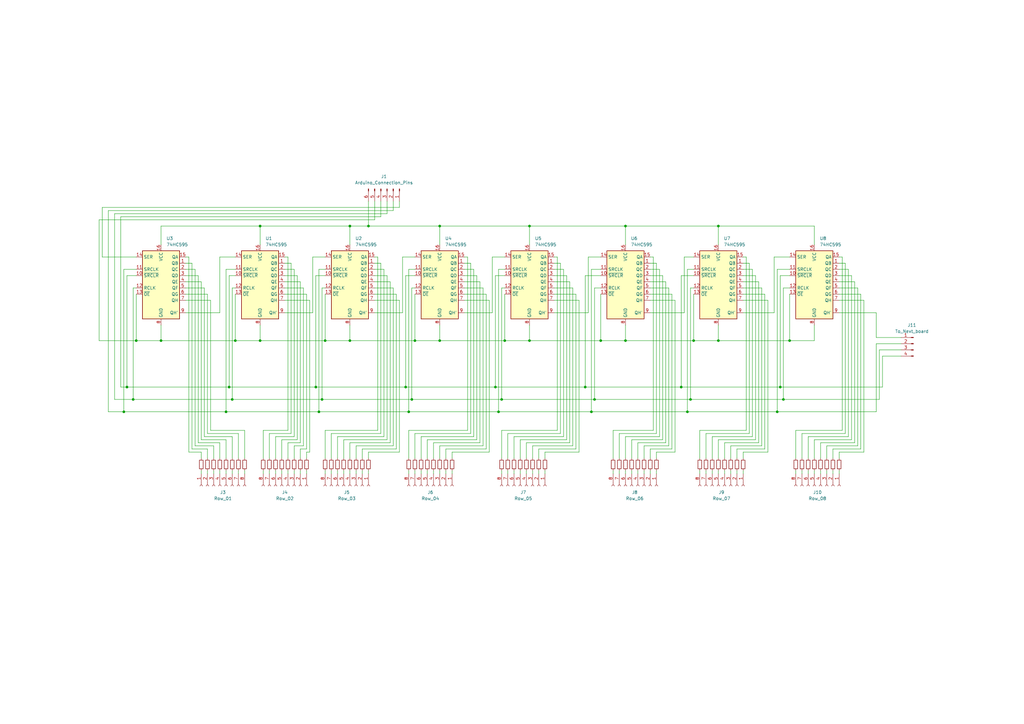
<source format=kicad_sch>
(kicad_sch (version 20230121) (generator eeschema)
  (paper "A3")
  (title_block (title "8x8 Led base Controller Module") (date "2023-12-07") (rev "01") (company "HOLO Cube v1") (comment 1 "Base controller Schematic"))
  (lib_symbols
    (symbol "74xx:74HC595"
      (property "Reference" "U" (at -7.62 13.97 0))
      (property "Value" "74HC595" (at -7.62 -16.51 0))
      (symbol "74HC595_1_0"
        (pin tri_state line (at 10.16 7.62 180) (length 2.54) (name "QB") (number "1"))
        (pin input line (at -10.16 2.54 0) (length 2.54) (name "~{SRCLR}") (number "10"))
        (pin input line (at -10.16 5.08 0) (length 2.54) (name "SRCLK") (number "11"))
        (pin input line (at -10.16 -2.54 0) (length 2.54) (name "RCLK") (number "12"))
        (pin input line (at -10.16 -5.08 0) (length 2.54) (name "~{OE}") (number "13"))
        (pin input line (at -10.16 10.16 0) (length 2.54) (name "SER") (number "14"))
        (pin tri_state line (at 10.16 10.16 180) (length 2.54) (name "QA") (number "15"))
        (pin power_in line (at 0 15.24 270) (length 2.54) (name "VCC") (number "16"))
        (pin tri_state line (at 10.16 5.08 180) (length 2.54) (name "QC") (number "2"))
        (pin tri_state line (at 10.16 2.54 180) (length 2.54) (name "QD") (number "3"))
        (pin tri_state line (at 10.16 0 180) (length 2.54) (name "QE") (number "4"))
        (pin tri_state line (at 10.16 -2.54 180) (length 2.54) (name "QF") (number "5"))
        (pin tri_state line (at 10.16 -5.08 180) (length 2.54) (name "QG") (number "6"))
        (pin tri_state line (at 10.16 -7.62 180) (length 2.54) (name "QH") (number "7"))
        (pin power_in line (at 0 -17.78 90) (length 2.54) (name "GND") (number "8"))
        (pin output line (at 10.16 -12.7 180) (length 2.54) (name "QH'") (number "9"))
      )
    )
    (symbol "Connector:Conn_01x04_Pin" (pin_names (offset 1.016) hide)
      (property "Reference" "J" (at 0 5.08 0))
      (property "Value" "Conn_01x04_Pin" (at 0 -7.62 0))
      (symbol "Conn_01x04_Pin_1_1"
        (pin passive line (at 5.08 2.54 180) (length 3.81) (name "Pin_1") (number "1"))
        (pin passive line (at 5.08 0 180) (length 3.81) (name "Pin_2") (number "2"))
        (pin passive line (at 5.08 -2.54 180) (length 3.81) (name "Pin_3") (number "3"))
        (pin passive line (at 5.08 -5.08 180) (length 3.81) (name "Pin_4") (number "4"))
      )
    )
    (symbol "Connector:Conn_01x06_Pin" (pin_names (offset 1.016) hide)
      (property "Reference" "J" (at 0 7.62 0))
      (property "Value" "Conn_01x06_Pin" (at 0 -10.16 0))
      (symbol "Conn_01x06_Pin_1_1"
        (pin passive line (at 5.08 5.08 180) (length 3.81) (name "Pin_1") (number "1"))
        (pin passive line (at 5.08 2.54 180) (length 3.81) (name "Pin_2") (number "2"))
        (pin passive line (at 5.08 0 180) (length 3.81) (name "Pin_3") (number "3"))
        (pin passive line (at 5.08 -2.54 180) (length 3.81) (name "Pin_4") (number "4"))
        (pin passive line (at 5.08 -5.08 180) (length 3.81) (name "Pin_5") (number "5"))
        (pin passive line (at 5.08 -7.62 180) (length 3.81) (name "Pin_6") (number "6"))
      )
    )
    (symbol "Connector:Conn_01x08_Socket" (pin_names (offset 1.016) hide)
      (property "Reference" "J" (at 0 10.16 0))
      (property "Value" "Conn_01x08_Socket" (at 0 -12.7 0))
      (symbol "Conn_01x08_Socket_1_1"
        (pin passive line (at -5.08 7.62 0) (length 3.81) (name "Pin_1") (number "1"))
        (pin passive line (at -5.08 5.08 0) (length 3.81) (name "Pin_2") (number "2"))
        (pin passive line (at -5.08 2.54 0) (length 3.81) (name "Pin_3") (number "3"))
        (pin passive line (at -5.08 0 0) (length 3.81) (name "Pin_4") (number "4"))
        (pin passive line (at -5.08 -2.54 0) (length 3.81) (name "Pin_5") (number "5"))
        (pin passive line (at -5.08 -5.08 0) (length 3.81) (name "Pin_6") (number "6"))
        (pin passive line (at -5.08 -7.62 0) (length 3.81) (name "Pin_7") (number "7"))
        (pin passive line (at -5.08 -10.16 0) (length 3.81) (name "Pin_8") (number "8"))
      )
    )
    (symbol "Device:R_Small" (pin_numbers hide) (pin_names (offset 0.254) hide)
      (property "Reference" "R" (at 0.762 0.508 0))
      (property "Value" "R_Small" (at 0.762 -1.016 0))
      (symbol "R_Small_1_1"
        (pin passive line (at 0 2.54 270) (length 0.762) (name "~") (number "1"))
        (pin passive line (at 0 -2.54 90) (length 0.762) (name "~") (number "2"))
      )
    )
  )
  (junction (at 92.71 168.91))
  (junction (at 55.88 139.7))
  (junction (at 217.17 139.7))
  (junction (at 166.37 158.75))
  (junction (at 143.51 139.7))
  (junction (at 256.54 92.71))
  (junction (at 132.08 163.83))
  (junction (at 96.52 139.7))
  (junction (at 321.31 163.83))
  (junction (at 143.51 92.71))
  (junction (at 284.48 139.7))
  (junction (at 281.94 168.91))
  (junction (at 180.34 139.7))
  (junction (at 256.54 139.7))
  (junction (at 180.34 92.71))
  (junction (at 204.47 168.91))
  (junction (at 54.61 163.83))
  (junction (at 106.68 92.71))
  (junction (at 133.35 139.7))
  (junction (at 170.18 139.7))
  (junction (at 323.85 139.7))
  (junction (at 207.01 139.7))
  (junction (at 106.68 139.7))
  (junction (at 283.21 163.83))
  (junction (at 243.84 163.83))
  (junction (at 242.57 168.91))
  (junction (at 246.38 139.7))
  (junction (at 168.91 163.83))
  (junction (at 129.54 158.75))
  (junction (at 50.8 168.91))
  (junction (at 130.81 168.91))
  (junction (at 294.64 92.71))
  (junction (at 217.17 92.71))
  (junction (at 151.13 92.71))
  (junction (at 66.04 139.7))
  (junction (at 294.64 139.7))
  (junction (at 95.25 163.83))
  (junction (at 52.07 158.75))
  (junction (at 167.64 168.91))
  (junction (at 203.2 158.75))
  (junction (at 279.4 158.75))
  (junction (at 93.98 158.75))
  (junction (at 320.04 158.75))
  (junction (at 240.03 158.75))
  (junction (at 205.74 163.83))
  (junction (at 318.77 168.91))
  (wire (pts (xy 92.71 180.34) (xy 92.71 187.96)))
  (wire (pts (xy 165.1 105.41) (xy 170.18 105.41)))
  (wire (pts (xy 205.74 176.53) (xy 205.74 187.96)))
  (wire (pts (xy 266.7 113.03) (xy 271.78 113.03)))
  (wire (pts (xy 270.51 110.49) (xy 270.51 179.07)))
  (wire (pts (xy 133.35 120.65) (xy 133.35 139.7)))
  (wire (pts (xy 299.72 193.04) (xy 299.72 194.31)))
  (wire (pts (xy 242.57 168.91) (xy 281.94 168.91)))
  (wire (pts (xy 266.7 110.49) (xy 270.51 110.49)))
  (wire (pts (xy 190.5 113.03) (xy 195.58 113.03)))
  (wire (pts (xy 85.09 193.04) (xy 85.09 194.31)))
  (wire (pts (xy 284.48 120.65) (xy 284.48 139.7)))
  (wire (pts (xy 170.18 139.7) (xy 180.34 139.7)))
  (wire (pts (xy 190.5 105.41) (xy 191.77 105.41)))
  (wire (pts (xy 153.67 110.49) (xy 157.48 110.49)))
  (wire (pts (xy 283.21 163.83) (xy 321.31 163.83)))
  (wire (pts (xy 344.17 185.42) (xy 344.17 187.96)))
  (wire (pts (xy 266.7 115.57) (xy 273.05 115.57)))
  (wire (pts (xy 304.8 123.19) (xy 314.96 123.19)))
  (wire (pts (xy 349.25 113.03) (xy 349.25 180.34)))
  (wire (pts (xy 161.29 86.36) (xy 44.45 86.36)))
  (wire (pts (xy 140.97 180.34) (xy 140.97 187.96)))
  (wire (pts (xy 92.71 110.49) (xy 92.71 168.91)))
  (wire (pts (xy 116.84 115.57) (xy 123.19 115.57)))
  (wire (pts (xy 170.18 193.04) (xy 170.18 194.31)))
  (wire (pts (xy 292.1 179.07) (xy 292.1 187.96)))
  (wire (pts (xy 129.54 158.75) (xy 166.37 158.75)))
  (wire (pts (xy 50.8 168.91) (xy 92.71 168.91)))
  (wire (pts (xy 162.56 120.65) (xy 162.56 184.15)))
  (wire (pts (xy 271.78 180.34) (xy 259.08 180.34)))
  (wire (pts (xy 120.65 182.88) (xy 120.65 187.96)))
  (wire (pts (xy 241.3 105.41) (xy 246.38 105.41)))
  (wire (pts (xy 143.51 92.71) (xy 143.51 100.33)))
  (wire (pts (xy 351.79 182.88) (xy 339.09 182.88)))
  (wire (pts (xy 284.48 139.7) (xy 294.64 139.7)))
  (wire (pts (xy 256.54 133.35) (xy 256.54 139.7)))
  (wire (pts (xy 240.03 158.75) (xy 279.4 158.75)))
  (wire (pts (xy 133.35 176.53) (xy 133.35 187.96)))
  (wire (pts (xy 182.88 193.04) (xy 182.88 194.31)))
  (wire (pts (xy 294.64 180.34) (xy 294.64 187.96)))
  (wire (pts (xy 190.5 110.49) (xy 194.31 110.49)))
  (wire (pts (xy 269.24 185.42) (xy 269.24 187.96)))
  (wire (pts (xy 323.85 139.7) (xy 334.01 139.7)))
  (wire (pts (xy 168.91 118.11) (xy 168.91 163.83)))
  (wire (pts (xy 190.5 115.57) (xy 196.85 115.57)))
  (wire (pts (xy 323.85 110.49) (xy 318.77 110.49)))
  (wire (pts (xy 180.34 139.7) (xy 207.01 139.7)))
  (wire (pts (xy 127 185.42) (xy 125.73 185.42)))
  (wire (pts (xy 55.88 118.11) (xy 54.61 118.11)))
  (wire (pts (xy 347.98 179.07) (xy 331.47 179.07)))
  (wire (pts (xy 328.93 177.8) (xy 328.93 187.96)))
  (wire (pts (xy 163.83 123.19) (xy 163.83 185.42)))
  (wire (pts (xy 223.52 193.04) (xy 223.52 194.31)))
  (wire (pts (xy 76.2 115.57) (xy 82.55 115.57)))
  (wire (pts (xy 344.17 123.19) (xy 354.33 123.19)))
  (wire (pts (xy 274.32 118.11) (xy 274.32 182.88)))
  (wire (pts (xy 266.7 105.41) (xy 267.97 105.41)))
  (wire (pts (xy 346.71 107.95) (xy 346.71 177.8)))
  (wire (pts (xy 251.46 193.04) (xy 251.46 194.31)))
  (wire (pts (xy 207.01 110.49) (xy 204.47 110.49)))
  (wire (pts (xy 163.83 82.55) (xy 163.83 85.09)))
  (wire (pts (xy 49.53 88.9) (xy 49.53 158.75)))
  (wire (pts (xy 283.21 118.11) (xy 283.21 163.83)))
  (wire (pts (xy 185.42 185.42) (xy 185.42 187.96)))
  (wire (pts (xy 246.38 113.03) (xy 240.03 113.03)))
  (wire (pts (xy 242.57 110.49) (xy 242.57 168.91)))
  (wire (pts (xy 90.17 128.27) (xy 90.17 105.41)))
  (wire (pts (xy 199.39 120.65) (xy 199.39 184.15)))
  (wire (pts (xy 80.01 182.88) (xy 87.63 182.88)))
  (wire (pts (xy 120.65 193.04) (xy 120.65 194.31)))
  (wire (pts (xy 227.33 113.03) (xy 232.41 113.03)))
  (wire (pts (xy 163.83 85.09) (xy 41.91 85.09)))
  (wire (pts (xy 116.84 105.41) (xy 118.11 105.41)))
  (wire (pts (xy 281.94 110.49) (xy 281.94 168.91)))
  (wire (pts (xy 76.2 110.49) (xy 80.01 110.49)))
  (wire (pts (xy 220.98 184.15) (xy 220.98 187.96)))
  (wire (pts (xy 344.17 120.65) (xy 353.06 120.65)))
  (wire (pts (xy 156.21 177.8) (xy 135.89 177.8)))
  (wire (pts (xy 182.88 184.15) (xy 182.88 187.96)))
  (wire (pts (xy 153.67 123.19) (xy 163.83 123.19)))
  (wire (pts (xy 170.18 120.65) (xy 170.18 139.7)))
  (wire (pts (xy 156.21 107.95) (xy 156.21 177.8)))
  (wire (pts (xy 200.66 123.19) (xy 200.66 185.42)))
  (wire (pts (xy 344.17 113.03) (xy 349.25 113.03)))
  (wire (pts (xy 220.98 193.04) (xy 220.98 194.31)))
  (wire (pts (xy 119.38 107.95) (xy 119.38 177.8)))
  (wire (pts (xy 161.29 182.88) (xy 146.05 182.88)))
  (wire (pts (xy 369.57 140.97) (xy 359.41 140.97)))
  (wire (pts (xy 96.52 120.65) (xy 96.52 139.7)))
  (wire (pts (xy 123.19 193.04) (xy 123.19 194.31)))
  (wire (pts (xy 96.52 110.49) (xy 92.71 110.49)))
  (wire (pts (xy 284.48 113.03) (xy 279.4 113.03)))
  (wire (pts (xy 116.84 123.19) (xy 127 123.19)))
  (wire (pts (xy 341.63 184.15) (xy 341.63 187.96)))
  (wire (pts (xy 302.26 184.15) (xy 302.26 187.96)))
  (wire (pts (xy 360.68 143.51) (xy 360.68 163.83)))
  (wire (pts (xy 200.66 185.42) (xy 185.42 185.42)))
  (wire (pts (xy 266.7 118.11) (xy 274.32 118.11)))
  (wire (pts (xy 261.62 193.04) (xy 261.62 194.31)))
  (wire (pts (xy 82.55 115.57) (xy 82.55 180.34)))
  (wire (pts (xy 294.64 92.71) (xy 334.01 92.71)))
  (wire (pts (xy 130.81 110.49) (xy 130.81 168.91)))
  (wire (pts (xy 312.42 182.88) (xy 299.72 182.88)))
  (wire (pts (xy 354.33 123.19) (xy 354.33 185.42)))
  (wire (pts (xy 269.24 107.95) (xy 269.24 177.8)))
  (wire (pts (xy 97.79 177.8) (xy 97.79 187.96)))
  (wire (pts (xy 284.48 118.11) (xy 283.21 118.11)))
  (wire (pts (xy 266.7 184.15) (xy 266.7 187.96)))
  (wire (pts (xy 118.11 181.61) (xy 118.11 187.96)))
  (wire (pts (xy 218.44 182.88) (xy 218.44 187.96)))
  (wire (pts (xy 49.53 158.75) (xy 52.07 158.75)))
  (wire (pts (xy 313.69 120.65) (xy 313.69 184.15)))
  (wire (pts (xy 129.54 113.03) (xy 129.54 158.75)))
  (wire (pts (xy 229.87 177.8) (xy 208.28 177.8)))
  (wire (pts (xy 204.47 110.49) (xy 204.47 168.91)))
  (wire (pts (xy 118.11 176.53) (xy 107.95 176.53)))
  (wire (pts (xy 237.49 123.19) (xy 237.49 185.42)))
  (wire (pts (xy 100.33 176.53) (xy 100.33 187.96)))
  (wire (pts (xy 113.03 179.07) (xy 113.03 187.96)))
  (wire (pts (xy 334.01 180.34) (xy 334.01 187.96)))
  (wire (pts (xy 116.84 128.27) (xy 128.27 128.27)))
  (wire (pts (xy 191.77 176.53) (xy 167.64 176.53)))
  (wire (pts (xy 97.79 193.04) (xy 97.79 194.31)))
  (wire (pts (xy 229.87 107.95) (xy 229.87 177.8)))
  (wire (pts (xy 190.5 123.19) (xy 200.66 123.19)))
  (wire (pts (xy 339.09 182.88) (xy 339.09 187.96)))
  (wire (pts (xy 190.5 118.11) (xy 198.12 118.11)))
  (wire (pts (xy 341.63 193.04) (xy 341.63 194.31)))
  (wire (pts (xy 90.17 193.04) (xy 90.17 194.31)))
  (wire (pts (xy 318.77 110.49) (xy 318.77 168.91)))
  (wire (pts (xy 198.12 182.88) (xy 180.34 182.88)))
  (wire (pts (xy 80.01 110.49) (xy 80.01 182.88)))
  (wire (pts (xy 170.18 118.11) (xy 168.91 118.11)))
  (wire (pts (xy 334.01 193.04) (xy 334.01 194.31)))
  (wire (pts (xy 273.05 181.61) (xy 261.62 181.61)))
  (wire (pts (xy 153.67 118.11) (xy 161.29 118.11)))
  (wire (pts (xy 54.61 163.83) (xy 95.25 163.83)))
  (wire (pts (xy 146.05 182.88) (xy 146.05 187.96)))
  (wire (pts (xy 158.75 82.55) (xy 158.75 87.63)))
  (wire (pts (xy 294.64 193.04) (xy 294.64 194.31)))
  (wire (pts (xy 170.18 110.49) (xy 167.64 110.49)))
  (wire (pts (xy 251.46 176.53) (xy 251.46 187.96)))
  (wire (pts (xy 359.41 140.97) (xy 359.41 168.91)))
  (wire (pts (xy 351.79 118.11) (xy 351.79 182.88)))
  (wire (pts (xy 207.01 139.7) (xy 217.17 139.7)))
  (wire (pts (xy 77.47 105.41) (xy 77.47 185.42)))
  (wire (pts (xy 127 123.19) (xy 127 185.42)))
  (wire (pts (xy 66.04 133.35) (xy 66.04 139.7)))
  (wire (pts (xy 196.85 115.57) (xy 196.85 181.61)))
  (wire (pts (xy 77.47 185.42) (xy 82.55 185.42)))
  (wire (pts (xy 276.86 123.19) (xy 276.86 185.42)))
  (wire (pts (xy 135.89 193.04) (xy 135.89 194.31)))
  (wire (pts (xy 180.34 92.71) (xy 217.17 92.71)))
  (wire (pts (xy 336.55 193.04) (xy 336.55 194.31)))
  (wire (pts (xy 121.92 180.34) (xy 115.57 180.34)))
  (wire (pts (xy 177.8 181.61) (xy 177.8 187.96)))
  (wire (pts (xy 215.9 181.61) (xy 215.9 187.96)))
  (wire (pts (xy 193.04 107.95) (xy 193.04 177.8)))
  (wire (pts (xy 52.07 158.75) (xy 93.98 158.75)))
  (wire (pts (xy 294.64 133.35) (xy 294.64 139.7)))
  (wire (pts (xy 270.51 179.07) (xy 256.54 179.07)))
  (wire (pts (xy 266.7 128.27) (xy 280.67 128.27)))
  (wire (pts (xy 125.73 185.42) (xy 125.73 187.96)))
  (wire (pts (xy 185.42 193.04) (xy 185.42 194.31)))
  (wire (pts (xy 130.81 168.91) (xy 167.64 168.91)))
  (wire (pts (xy 317.5 105.41) (xy 323.85 105.41)))
  (wire (pts (xy 125.73 184.15) (xy 123.19 184.15)))
  (wire (pts (xy 191.77 105.41) (xy 191.77 176.53)))
  (wire (pts (xy 76.2 128.27) (xy 90.17 128.27)))
  (wire (pts (xy 205.74 118.11) (xy 205.74 163.83)))
  (wire (pts (xy 279.4 158.75) (xy 320.04 158.75)))
  (wire (pts (xy 175.26 180.34) (xy 175.26 187.96)))
  (wire (pts (xy 76.2 120.65) (xy 85.09 120.65)))
  (wire (pts (xy 328.93 193.04) (xy 328.93 194.31)))
  (wire (pts (xy 172.72 193.04) (xy 172.72 194.31)))
  (wire (pts (xy 236.22 120.65) (xy 236.22 184.15)))
  (wire (pts (xy 125.73 120.65) (xy 125.73 184.15)))
  (wire (pts (xy 198.12 118.11) (xy 198.12 182.88)))
  (wire (pts (xy 208.28 193.04) (xy 208.28 194.31)))
  (wire (pts (xy 66.04 92.71) (xy 66.04 100.33)))
  (wire (pts (xy 196.85 181.61) (xy 177.8 181.61)))
  (wire (pts (xy 312.42 118.11) (xy 312.42 182.88)))
  (wire (pts (xy 331.47 193.04) (xy 331.47 194.31)))
  (wire (pts (xy 92.71 193.04) (xy 92.71 194.31)))
  (wire (pts (xy 289.56 177.8) (xy 289.56 187.96)))
  (wire (pts (xy 304.8 113.03) (xy 309.88 113.03)))
  (wire (pts (xy 76.2 113.03) (xy 81.28 113.03)))
  (wire (pts (xy 85.09 120.65) (xy 85.09 177.8)))
  (wire (pts (xy 161.29 118.11) (xy 161.29 182.88)))
  (wire (pts (xy 87.63 193.04) (xy 87.63 194.31)))
  (wire (pts (xy 166.37 158.75) (xy 203.2 158.75)))
  (wire (pts (xy 256.54 92.71) (xy 294.64 92.71)))
  (wire (pts (xy 78.74 107.95) (xy 78.74 184.15)))
  (wire (pts (xy 345.44 176.53) (xy 326.39 176.53)))
  (wire (pts (xy 269.24 193.04) (xy 269.24 194.31)))
  (wire (pts (xy 299.72 182.88) (xy 299.72 187.96)))
  (wire (pts (xy 180.34 100.33) (xy 180.34 92.71)))
  (wire (pts (xy 76.2 107.95) (xy 78.74 107.95)))
  (wire (pts (xy 359.41 138.43) (xy 369.57 138.43)))
  (wire (pts (xy 309.88 180.34) (xy 294.64 180.34)))
  (wire (pts (xy 194.31 110.49) (xy 194.31 179.07)))
  (wire (pts (xy 82.55 193.04) (xy 82.55 194.31)))
  (wire (pts (xy 213.36 193.04) (xy 213.36 194.31)))
  (wire (pts (xy 156.21 82.55) (xy 156.21 88.9)))
  (wire (pts (xy 227.33 128.27) (xy 241.3 128.27)))
  (wire (pts (xy 163.83 185.42) (xy 151.13 185.42)))
  (wire (pts (xy 107.95 176.53) (xy 107.95 187.96)))
  (wire (pts (xy 231.14 179.07) (xy 210.82 179.07)))
  (wire (pts (xy 284.48 110.49) (xy 281.94 110.49)))
  (wire (pts (xy 326.39 193.04) (xy 326.39 194.31)))
  (wire (pts (xy 232.41 180.34) (xy 213.36 180.34)))
  (wire (pts (xy 153.67 107.95) (xy 156.21 107.95)))
  (wire (pts (xy 246.38 110.49) (xy 242.57 110.49)))
  (wire (pts (xy 304.8 118.11) (xy 312.42 118.11)))
  (wire (pts (xy 349.25 180.34) (xy 334.01 180.34)))
  (wire (pts (xy 148.59 193.04) (xy 148.59 194.31)))
  (wire (pts (xy 294.64 139.7) (xy 323.85 139.7)))
  (wire (pts (xy 107.95 193.04) (xy 107.95 194.31)))
  (wire (pts (xy 304.8 107.95) (xy 307.34 107.95)))
  (wire (pts (xy 215.9 193.04) (xy 215.9 194.31)))
  (wire (pts (xy 323.85 113.03) (xy 320.04 113.03)))
  (wire (pts (xy 294.64 92.71) (xy 294.64 100.33)))
  (wire (pts (xy 143.51 92.71) (xy 151.13 92.71)))
  (wire (pts (xy 110.49 177.8) (xy 110.49 187.96)))
  (wire (pts (xy 133.35 118.11) (xy 132.08 118.11)))
  (wire (pts (xy 116.84 120.65) (xy 125.73 120.65)))
  (wire (pts (xy 281.94 168.91) (xy 318.77 168.91)))
  (wire (pts (xy 280.67 105.41) (xy 284.48 105.41)))
  (wire (pts (xy 132.08 118.11) (xy 132.08 163.83)))
  (wire (pts (xy 227.33 115.57) (xy 233.68 115.57)))
  (wire (pts (xy 304.8 193.04) (xy 304.8 194.31)))
  (wire (pts (xy 87.63 182.88) (xy 87.63 187.96)))
  (wire (pts (xy 347.98 110.49) (xy 347.98 179.07)))
  (wire (pts (xy 41.91 85.09) (xy 41.91 105.41)))
  (wire (pts (xy 336.55 181.61) (xy 336.55 187.96)))
  (wire (pts (xy 153.67 105.41) (xy 154.94 105.41)))
  (wire (pts (xy 54.61 118.11) (xy 54.61 163.83)))
  (wire (pts (xy 331.47 179.07) (xy 331.47 187.96)))
  (wire (pts (xy 106.68 92.71) (xy 143.51 92.71)))
  (wire (pts (xy 175.26 193.04) (xy 175.26 194.31)))
  (wire (pts (xy 344.17 115.57) (xy 350.52 115.57)))
  (wire (pts (xy 203.2 158.75) (xy 240.03 158.75)))
  (wire (pts (xy 264.16 182.88) (xy 264.16 187.96)))
  (wire (pts (xy 157.48 179.07) (xy 138.43 179.07)))
  (wire (pts (xy 135.89 177.8) (xy 135.89 187.96)))
  (wire (pts (xy 154.94 105.41) (xy 154.94 176.53)))
  (wire (pts (xy 232.41 113.03) (xy 232.41 180.34)))
  (wire (pts (xy 46.99 87.63) (xy 46.99 163.83)))
  (wire (pts (xy 369.57 143.51) (xy 360.68 143.51)))
  (wire (pts (xy 116.84 113.03) (xy 121.92 113.03)))
  (wire (pts (xy 199.39 184.15) (xy 182.88 184.15)))
  (wire (pts (xy 246.38 139.7) (xy 256.54 139.7)))
  (wire (pts (xy 92.71 168.91) (xy 130.81 168.91)))
  (wire (pts (xy 311.15 115.57) (xy 311.15 181.61)))
  (wire (pts (xy 50.8 110.49) (xy 50.8 168.91)))
  (wire (pts (xy 259.08 193.04) (xy 259.08 194.31)))
  (wire (pts (xy 55.88 139.7) (xy 66.04 139.7)))
  (wire (pts (xy 40.64 90.17) (xy 40.64 139.7)))
  (wire (pts (xy 138.43 193.04) (xy 138.43 194.31)))
  (wire (pts (xy 120.65 179.07) (xy 113.03 179.07)))
  (wire (pts (xy 106.68 139.7) (xy 133.35 139.7)))
  (wire (pts (xy 233.68 181.61) (xy 215.9 181.61)))
  (wire (pts (xy 320.04 158.75) (xy 361.95 158.75)))
  (wire (pts (xy 289.56 193.04) (xy 289.56 194.31)))
  (wire (pts (xy 304.8 185.42) (xy 304.8 187.96)))
  (wire (pts (xy 344.17 193.04) (xy 344.17 194.31)))
  (wire (pts (xy 119.38 177.8) (xy 110.49 177.8)))
  (wire (pts (xy 153.67 113.03) (xy 158.75 113.03)))
  (wire (pts (xy 304.8 128.27) (xy 317.5 128.27)))
  (wire (pts (xy 307.34 107.95) (xy 307.34 177.8)))
  (wire (pts (xy 323.85 120.65) (xy 323.85 139.7)))
  (wire (pts (xy 55.88 120.65) (xy 55.88 139.7)))
  (wire (pts (xy 353.06 120.65) (xy 353.06 184.15)))
  (wire (pts (xy 133.35 139.7) (xy 143.51 139.7)))
  (wire (pts (xy 246.38 120.65) (xy 246.38 139.7)))
  (wire (pts (xy 180.34 133.35) (xy 180.34 139.7)))
  (wire (pts (xy 308.61 110.49) (xy 308.61 179.07)))
  (wire (pts (xy 205.74 163.83) (xy 243.84 163.83)))
  (wire (pts (xy 334.01 139.7) (xy 334.01 133.35)))
  (wire (pts (xy 41.91 105.41) (xy 55.88 105.41)))
  (wire (pts (xy 217.17 133.35) (xy 217.17 139.7)))
  (wire (pts (xy 302.26 193.04) (xy 302.26 194.31)))
  (wire (pts (xy 66.04 139.7) (xy 96.52 139.7)))
  (wire (pts (xy 243.84 118.11) (xy 243.84 163.83)))
  (wire (pts (xy 96.52 139.7) (xy 106.68 139.7)))
  (wire (pts (xy 234.95 182.88) (xy 218.44 182.88)))
  (wire (pts (xy 297.18 181.61) (xy 297.18 187.96)))
  (wire (pts (xy 210.82 179.07) (xy 210.82 187.96)))
  (wire (pts (xy 273.05 115.57) (xy 273.05 181.61)))
  (wire (pts (xy 344.17 105.41) (xy 345.44 105.41)))
  (wire (pts (xy 100.33 193.04) (xy 100.33 194.31)))
  (wire (pts (xy 306.07 105.41) (xy 306.07 176.53)))
  (wire (pts (xy 118.11 193.04) (xy 118.11 194.31)))
  (wire (pts (xy 275.59 184.15) (xy 266.7 184.15)))
  (wire (pts (xy 124.46 118.11) (xy 124.46 182.88)))
  (wire (pts (xy 297.18 193.04) (xy 297.18 194.31)))
  (wire (pts (xy 345.44 105.41) (xy 345.44 176.53)))
  (wire (pts (xy 227.33 123.19) (xy 237.49 123.19)))
  (wire (pts (xy 264.16 193.04) (xy 264.16 194.31)))
  (wire (pts (xy 180.34 193.04) (xy 180.34 194.31)))
  (wire (pts (xy 121.92 113.03) (xy 121.92 180.34)))
  (wire (pts (xy 190.5 120.65) (xy 199.39 120.65)))
  (wire (pts (xy 96.52 113.03) (xy 93.98 113.03)))
  (wire (pts (xy 55.88 110.49) (xy 50.8 110.49)))
  (wire (pts (xy 271.78 113.03) (xy 271.78 180.34)))
  (wire (pts (xy 354.33 185.42) (xy 344.17 185.42)))
  (wire (pts (xy 304.8 105.41) (xy 306.07 105.41)))
  (wire (pts (xy 323.85 118.11) (xy 321.31 118.11)))
  (wire (pts (xy 304.8 115.57) (xy 311.15 115.57)))
  (wire (pts (xy 261.62 181.61) (xy 261.62 187.96)))
  (wire (pts (xy 95.25 118.11) (xy 95.25 163.83)))
  (wire (pts (xy 44.45 168.91) (xy 50.8 168.91)))
  (wire (pts (xy 334.01 100.33) (xy 334.01 92.71)))
  (wire (pts (xy 143.51 139.7) (xy 170.18 139.7)))
  (wire (pts (xy 317.5 128.27) (xy 317.5 105.41)))
  (wire (pts (xy 151.13 92.71) (xy 180.34 92.71)))
  (wire (pts (xy 321.31 118.11) (xy 321.31 163.83)))
  (wire (pts (xy 95.25 163.83) (xy 132.08 163.83)))
  (wire (pts (xy 201.93 128.27) (xy 201.93 105.41)))
  (wire (pts (xy 86.36 123.19) (xy 86.36 176.53)))
  (wire (pts (xy 344.17 128.27) (xy 359.41 128.27)))
  (wire (pts (xy 280.67 128.27) (xy 280.67 105.41)))
  (wire (pts (xy 217.17 92.71) (xy 217.17 100.33)))
  (wire (pts (xy 227.33 107.95) (xy 229.87 107.95)))
  (wire (pts (xy 234.95 118.11) (xy 234.95 182.88)))
  (wire (pts (xy 158.75 113.03) (xy 158.75 180.34)))
  (wire (pts (xy 133.35 193.04) (xy 133.35 194.31)))
  (wire (pts (xy 259.08 180.34) (xy 259.08 187.96)))
  (wire (pts (xy 156.21 88.9) (xy 49.53 88.9)))
  (wire (pts (xy 140.97 193.04) (xy 140.97 194.31)))
  (wire (pts (xy 195.58 113.03) (xy 195.58 180.34)))
  (wire (pts (xy 304.8 120.65) (xy 313.69 120.65)))
  (wire (pts (xy 113.03 193.04) (xy 113.03 194.31)))
  (wire (pts (xy 86.36 176.53) (xy 100.33 176.53)))
  (wire (pts (xy 207.01 120.65) (xy 207.01 139.7)))
  (wire (pts (xy 116.84 118.11) (xy 124.46 118.11)))
  (wire (pts (xy 208.28 177.8) (xy 208.28 187.96)))
  (wire (pts (xy 311.15 181.61) (xy 297.18 181.61)))
  (wire (pts (xy 227.33 118.11) (xy 234.95 118.11)))
  (wire (pts (xy 350.52 181.61) (xy 336.55 181.61)))
  (wire (pts (xy 210.82 193.04) (xy 210.82 194.31)))
  (wire (pts (xy 115.57 193.04) (xy 115.57 194.31)))
  (wire (pts (xy 287.02 193.04) (xy 287.02 194.31)))
  (wire (pts (xy 203.2 113.03) (xy 203.2 158.75)))
  (wire (pts (xy 223.52 185.42) (xy 223.52 187.96)))
  (wire (pts (xy 193.04 177.8) (xy 170.18 177.8)))
  (wire (pts (xy 76.2 123.19) (xy 86.36 123.19)))
  (wire (pts (xy 228.6 105.41) (xy 228.6 176.53)))
  (wire (pts (xy 227.33 120.65) (xy 236.22 120.65)))
  (wire (pts (xy 227.33 105.41) (xy 228.6 105.41)))
  (wire (pts (xy 151.13 185.42) (xy 151.13 187.96)))
  (wire (pts (xy 167.64 176.53) (xy 167.64 187.96)))
  (wire (pts (xy 76.2 105.41) (xy 77.47 105.41)))
  (wire (pts (xy 90.17 105.41) (xy 96.52 105.41)))
  (wire (pts (xy 276.86 185.42) (xy 269.24 185.42)))
  (wire (pts (xy 143.51 181.61) (xy 143.51 187.96)))
  (wire (pts (xy 241.3 128.27) (xy 241.3 105.41)))
  (wire (pts (xy 81.28 113.03) (xy 81.28 181.61)))
  (wire (pts (xy 237.49 185.42) (xy 223.52 185.42)))
  (wire (pts (xy 227.33 110.49) (xy 231.14 110.49)))
  (wire (pts (xy 279.4 113.03) (xy 279.4 158.75)))
  (wire (pts (xy 246.38 118.11) (xy 243.84 118.11)))
  (wire (pts (xy 153.67 115.57) (xy 160.02 115.57)))
  (wire (pts (xy 240.03 113.03) (xy 240.03 158.75)))
  (wire (pts (xy 153.67 82.55) (xy 153.67 90.17)))
  (wire (pts (xy 314.96 185.42) (xy 304.8 185.42)))
  (wire (pts (xy 128.27 105.41) (xy 133.35 105.41)))
  (wire (pts (xy 275.59 120.65) (xy 275.59 184.15)))
  (wire (pts (xy 180.34 182.88) (xy 180.34 187.96)))
  (wire (pts (xy 339.09 193.04) (xy 339.09 194.31)))
  (wire (pts (xy 359.41 128.27) (xy 359.41 138.43)))
  (wire (pts (xy 55.88 113.03) (xy 52.07 113.03)))
  (wire (pts (xy 170.18 113.03) (xy 166.37 113.03)))
  (wire (pts (xy 205.74 193.04) (xy 205.74 194.31)))
  (wire (pts (xy 274.32 182.88) (xy 264.16 182.88)))
  (wire (pts (xy 177.8 193.04) (xy 177.8 194.31)))
  (wire (pts (xy 143.51 193.04) (xy 143.51 194.31)))
  (wire (pts (xy 120.65 110.49) (xy 120.65 179.07)))
  (wire (pts (xy 165.1 128.27) (xy 165.1 105.41)))
  (wire (pts (xy 106.68 92.71) (xy 66.04 92.71)))
  (wire (pts (xy 106.68 133.35) (xy 106.68 139.7)))
  (wire (pts (xy 170.18 177.8) (xy 170.18 187.96)))
  (wire (pts (xy 158.75 180.34) (xy 140.97 180.34)))
  (wire (pts (xy 162.56 184.15) (xy 148.59 184.15)))
  (wire (pts (xy 93.98 113.03) (xy 93.98 158.75)))
  (wire (pts (xy 123.19 184.15) (xy 123.19 187.96)))
  (wire (pts (xy 228.6 176.53) (xy 205.74 176.53)))
  (wire (pts (xy 78.74 184.15) (xy 85.09 184.15)))
  (wire (pts (xy 125.73 193.04) (xy 125.73 194.31)))
  (wire (pts (xy 82.55 180.34) (xy 92.71 180.34)))
  (wire (pts (xy 267.97 105.41) (xy 267.97 176.53)))
  (wire (pts (xy 344.17 118.11) (xy 351.79 118.11)))
  (wire (pts (xy 266.7 123.19) (xy 276.86 123.19)))
  (wire (pts (xy 287.02 176.53) (xy 287.02 187.96)))
  (wire (pts (xy 190.5 128.27) (xy 201.93 128.27)))
  (wire (pts (xy 106.68 92.71) (xy 106.68 100.33)))
  (wire (pts (xy 133.35 110.49) (xy 130.81 110.49)))
  (wire (pts (xy 217.17 92.71) (xy 256.54 92.71)))
  (wire (pts (xy 320.04 113.03) (xy 320.04 158.75)))
  (wire (pts (xy 123.19 181.61) (xy 118.11 181.61)))
  (wire (pts (xy 307.34 177.8) (xy 289.56 177.8)))
  (wire (pts (xy 151.13 193.04) (xy 151.13 194.31)))
  (wire (pts (xy 40.64 139.7) (xy 55.88 139.7)))
  (wire (pts (xy 85.09 177.8) (xy 97.79 177.8)))
  (wire (pts (xy 116.84 110.49) (xy 120.65 110.49)))
  (wire (pts (xy 83.82 179.07) (xy 95.25 179.07)))
  (wire (pts (xy 267.97 176.53) (xy 251.46 176.53)))
  (wire (pts (xy 168.91 163.83) (xy 205.74 163.83)))
  (wire (pts (xy 359.41 168.91) (xy 318.77 168.91)))
  (wire (pts (xy 167.64 168.91) (xy 204.47 168.91)))
  (wire (pts (xy 236.22 184.15) (xy 220.98 184.15)))
  (wire (pts (xy 231.14 110.49) (xy 231.14 179.07)))
  (wire (pts (xy 346.71 177.8) (xy 328.93 177.8)))
  (wire (pts (xy 153.67 90.17) (xy 40.64 90.17)))
  (wire (pts (xy 123.19 115.57) (xy 123.19 181.61)))
  (wire (pts (xy 160.02 115.57) (xy 160.02 181.61)))
  (wire (pts (xy 350.52 115.57) (xy 350.52 181.61)))
  (wire (pts (xy 207.01 113.03) (xy 203.2 113.03)))
  (wire (pts (xy 309.88 113.03) (xy 309.88 180.34)))
  (wire (pts (xy 217.17 139.7) (xy 246.38 139.7)))
  (wire (pts (xy 201.93 105.41) (xy 207.01 105.41)))
  (wire (pts (xy 95.25 179.07) (xy 95.25 187.96)))
  (wire (pts (xy 115.57 180.34) (xy 115.57 187.96)))
  (wire (pts (xy 81.28 181.61) (xy 90.17 181.61)))
  (wire (pts (xy 353.06 184.15) (xy 341.63 184.15)))
  (wire (pts (xy 360.68 163.83) (xy 321.31 163.83)))
  (wire (pts (xy 243.84 163.83) (xy 283.21 163.83)))
  (wire (pts (xy 218.44 193.04) (xy 218.44 194.31)))
  (wire (pts (xy 213.36 180.34) (xy 213.36 187.96)))
  (wire (pts (xy 95.25 193.04) (xy 95.25 194.31)))
  (wire (pts (xy 207.01 118.11) (xy 205.74 118.11)))
  (wire (pts (xy 256.54 193.04) (xy 256.54 194.31)))
  (wire (pts (xy 266.7 107.95) (xy 269.24 107.95)))
  (wire (pts (xy 326.39 176.53) (xy 326.39 187.96)))
  (wire (pts (xy 93.98 158.75) (xy 129.54 158.75)))
  (wire (pts (xy 132.08 163.83) (xy 168.91 163.83)))
  (wire (pts (xy 158.75 87.63) (xy 46.99 87.63)))
  (wire (pts (xy 266.7 120.65) (xy 275.59 120.65)))
  (wire (pts (xy 172.72 179.07) (xy 172.72 187.96)))
  (wire (pts (xy 306.07 176.53) (xy 287.02 176.53)))
  (wire (pts (xy 46.99 163.83) (xy 54.61 163.83)))
  (wire (pts (xy 128.27 128.27) (xy 128.27 105.41)))
  (wire (pts (xy 116.84 107.95) (xy 119.38 107.95)))
  (wire (pts (xy 52.07 113.03) (xy 52.07 158.75)))
  (wire (pts (xy 76.2 118.11) (xy 83.82 118.11)))
  (wire (pts (xy 344.17 110.49) (xy 347.98 110.49)))
  (wire (pts (xy 344.17 107.95) (xy 346.71 107.95)))
  (wire (pts (xy 138.43 179.07) (xy 138.43 187.96)))
  (wire (pts (xy 361.95 146.05) (xy 361.95 158.75)))
  (wire (pts (xy 157.48 110.49) (xy 157.48 179.07)))
  (wire (pts (xy 313.69 184.15) (xy 302.26 184.15)))
  (wire (pts (xy 151.13 82.55) (xy 151.13 92.71)))
  (wire (pts (xy 256.54 139.7) (xy 284.48 139.7)))
  (wire (pts (xy 161.29 82.55) (xy 161.29 86.36)))
  (wire (pts (xy 83.82 118.11) (xy 83.82 179.07)))
  (wire (pts (xy 204.47 168.91) (xy 242.57 168.91)))
  (wire (pts (xy 85.09 184.15) (xy 85.09 187.96)))
  (wire (pts (xy 194.31 179.07) (xy 172.72 179.07)))
  (wire (pts (xy 266.7 193.04) (xy 266.7 194.31)))
  (wire (pts (xy 133.35 113.03) (xy 129.54 113.03)))
  (wire (pts (xy 153.67 120.65) (xy 162.56 120.65)))
  (wire (pts (xy 167.64 110.49) (xy 167.64 168.91)))
  (wire (pts (xy 110.49 193.04) (xy 110.49 194.31)))
  (wire (pts (xy 90.17 181.61) (xy 90.17 187.96)))
  (wire (pts (xy 146.05 193.04) (xy 146.05 194.31)))
  (wire (pts (xy 167.64 193.04) (xy 167.64 194.31)))
  (wire (pts (xy 44.45 86.36) (xy 44.45 168.91)))
  (wire (pts (xy 256.54 179.07) (xy 256.54 187.96)))
  (wire (pts (xy 190.5 107.95) (xy 193.04 107.95)))
  (wire (pts (xy 314.96 123.19) (xy 314.96 185.42)))
  (wire (pts (xy 118.11 105.41) (xy 118.11 176.53)))
  (wire (pts (xy 160.02 181.61) (xy 143.51 181.61)))
  (wire (pts (xy 96.52 118.11) (xy 95.25 118.11)))
  (wire (pts (xy 154.94 176.53) (xy 133.35 176.53)))
  (wire (pts (xy 369.57 146.05) (xy 361.95 146.05)))
  (wire (pts (xy 233.68 115.57) (xy 233.68 181.61)))
  (wire (pts (xy 166.37 113.03) (xy 166.37 158.75)))
  (wire (pts (xy 292.1 193.04) (xy 292.1 194.31)))
  (wire (pts (xy 124.46 182.88) (xy 120.65 182.88)))
  (wire (pts (xy 304.8 110.49) (xy 308.61 110.49)))
  (wire (pts (xy 195.58 180.34) (xy 175.26 180.34)))
  (wire (pts (xy 308.61 179.07) (xy 292.1 179.07)))
  (wire (pts (xy 254 177.8) (xy 254 187.96)))
  (wire (pts (xy 143.51 133.35) (xy 143.51 139.7)))
  (wire (pts (xy 254 193.04) (xy 254 194.31)))
  (wire (pts (xy 153.67 128.27) (xy 165.1 128.27)))
  (wire (pts (xy 256.54 92.71) (xy 256.54 100.33)))
  (wire (pts (xy 148.59 184.15) (xy 148.59 187.96)))
  (wire (pts (xy 82.55 185.42) (xy 82.55 187.96)))
  (wire (pts (xy 269.24 177.8) (xy 254 177.8)))
  (symbol (lib_id "Device:R_Small") (at 254 190.5 0) (unit 1)
    (property "Reference" "R42" (effects hide))
    (property "Value" "R_Small" (effects hide))
    (property "Footprint" "Resistor_THT:R_Axial_DIN0204_L3.6mm_D1.6mm_P5.08mm_Vertical" (effects hide))
  )
  (symbol (lib_id "Device:R_Small") (at 125.73 190.5 0) (unit 1)
    (property "Reference" "R16" (effects hide))
    (property "Value" "R_Small" (effects hide))
    (property "Footprint" "Resistor_THT:R_Axial_DIN0204_L3.6mm_D1.6mm_P5.08mm_Vertical" (effects hide))
  )
  (symbol (lib_id "Device:R_Small") (at 123.19 190.5 0) (unit 1)
    (property "Reference" "R15" (effects hide))
    (property "Value" "R_Small" (effects hide))
    (property "Footprint" "Resistor_THT:R_Axial_DIN0204_L3.6mm_D1.6mm_P5.08mm_Vertical" (effects hide))
  )
  (symbol (lib_id "Device:R_Small") (at 182.88 190.5 0) (unit 1)
    (property "Reference" "R31" (effects hide))
    (property "Value" "R_Small" (effects hide))
    (property "Footprint" "Resistor_THT:R_Axial_DIN0204_L3.6mm_D1.6mm_P5.08mm_Vertical" (effects hide))
  )
  (symbol (lib_id "Device:R_Small") (at 138.43 190.5 0) (unit 1)
    (property "Reference" "R19" (effects hide))
    (property "Value" "R_Small" (effects hide))
    (property "Footprint" "Resistor_THT:R_Axial_DIN0204_L3.6mm_D1.6mm_P5.08mm_Vertical" (effects hide))
  )
  (symbol (lib_id "Device:R_Small") (at 292.1 190.5 0) (unit 1)
    (property "Reference" "R51" (effects hide))
    (property "Value" "R_Small" (effects hide))
    (property "Footprint" "Resistor_THT:R_Axial_DIN0204_L3.6mm_D1.6mm_P5.08mm_Vertical" (effects hide))
  )
  (symbol (lib_id "Device:R_Small") (at 328.93 190.5 0) (unit 1)
    (property "Reference" "R58" (effects hide))
    (property "Value" "R_Small" (effects hide))
    (property "Footprint" "Resistor_THT:R_Axial_DIN0204_L3.6mm_D1.6mm_P5.08mm_Vertical" (effects hide))
  )
  (symbol (lib_id "74xx:74HC595") (at 66.04 115.57 0) (unit 1)
    (property "Reference" "U3" (at 68.2341 97.79 0) (effects (justify left)))
    (property "Value" "74HC595" (at 68.2341 100.33 0) (effects (justify left)))
    (property "Footprint" "Package_DIP:DIP-16_W7.62mm_LongPads" (effects hide))
    (property "Datasheet" "http://www.ti.com/lit/ds/symlink/sn74hc595.pdf" (effects hide))
  )
  (symbol (lib_id "Connector:Conn_01x08_Socket") (at 177.8 199.39 270) (unit 1)
    (property "Reference" "J6" (at 176.53 201.93 90))
    (property "Value" "Row_04" (at 176.53 204.47 90))
    (property "Footprint" "Connector_PinHeader_1.00mm:PinHeader_1x08_P1.00mm_Vertical" (effects hide))
  )
  (symbol (lib_id "Device:R_Small") (at 213.36 190.5 0) (unit 1)
    (property "Reference" "R36" (effects hide))
    (property "Value" "R_Small" (effects hide))
    (property "Footprint" "Resistor_THT:R_Axial_DIN0204_L3.6mm_D1.6mm_P5.08mm_Vertical" (effects hide))
  )
  (symbol (lib_id "Device:R_Small") (at 220.98 190.5 0) (unit 1)
    (property "Reference" "R39" (effects hide))
    (property "Value" "R_Small" (effects hide))
    (property "Footprint" "Resistor_THT:R_Axial_DIN0204_L3.6mm_D1.6mm_P5.08mm_Vertical" (effects hide))
  )
  (symbol (lib_id "Device:R_Small") (at 297.18 190.5 0) (unit 1)
    (property "Reference" "R53" (effects hide))
    (property "Value" "R_Small" (effects hide))
    (property "Footprint" "Resistor_THT:R_Axial_DIN0204_L3.6mm_D1.6mm_P5.08mm_Vertical" (effects hide))
  )
  (symbol (lib_id "Device:R_Small") (at 344.17 190.5 0) (unit 1)
    (property "Reference" "R64" (effects hide))
    (property "Value" "R_Small" (effects hide))
    (property "Footprint" "Resistor_THT:R_Axial_DIN0204_L3.6mm_D1.6mm_P5.08mm_Vertical" (effects hide))
  )
  (symbol (lib_id "Device:R_Small") (at 205.74 190.5 0) (unit 1)
    (property "Reference" "R33" (effects hide))
    (property "Value" "R_Small" (effects hide))
    (property "Footprint" "Resistor_THT:R_Axial_DIN0204_L3.6mm_D1.6mm_P5.08mm_Vertical" (effects hide))
  )
  (symbol (lib_id "Device:R_Small") (at 334.01 190.5 0) (unit 1)
    (property "Reference" "R60" (effects hide))
    (property "Value" "R_Small" (effects hide))
    (property "Footprint" "Resistor_THT:R_Axial_DIN0204_L3.6mm_D1.6mm_P5.08mm_Vertical" (effects hide))
  )
  (symbol (lib_id "Device:R_Small") (at 208.28 190.5 0) (unit 1)
    (property "Reference" "R34" (effects hide))
    (property "Value" "R_Small" (effects hide))
    (property "Footprint" "Resistor_THT:R_Axial_DIN0204_L3.6mm_D1.6mm_P5.08mm_Vertical" (effects hide))
  )
  (symbol (lib_id "Device:R_Small") (at 172.72 190.5 0) (unit 1)
    (property "Reference" "R27" (effects hide))
    (property "Value" "R_Small" (effects hide))
    (property "Footprint" "Resistor_THT:R_Axial_DIN0204_L3.6mm_D1.6mm_P5.08mm_Vertical" (effects hide))
  )
  (symbol (lib_id "Device:R_Small") (at 87.63 190.5 0) (unit 1)
    (property "Reference" "R3" (effects hide))
    (property "Value" "R_Small" (effects hide))
    (property "Footprint" "Resistor_THT:R_Axial_DIN0204_L3.6mm_D1.6mm_P5.08mm_Vertical" (effects hide))
  )
  (symbol (lib_id "Device:R_Small") (at 339.09 190.5 0) (unit 1)
    (property "Reference" "R62" (effects hide))
    (property "Value" "R_Small" (effects hide))
    (property "Footprint" "Resistor_THT:R_Axial_DIN0204_L3.6mm_D1.6mm_P5.08mm_Vertical" (effects hide))
  )
  (symbol (lib_id "Device:R_Small") (at 218.44 190.5 0) (unit 1)
    (property "Reference" "R38" (effects hide))
    (property "Value" "R_Small" (effects hide))
    (property "Footprint" "Resistor_THT:R_Axial_DIN0204_L3.6mm_D1.6mm_P5.08mm_Vertical" (effects hide))
  )
  (symbol (lib_id "Device:R_Small") (at 120.65 190.5 0) (unit 1)
    (property "Reference" "R14" (effects hide))
    (property "Value" "R_Small" (effects hide))
    (property "Footprint" "Resistor_THT:R_Axial_DIN0204_L3.6mm_D1.6mm_P5.08mm_Vertical" (effects hide))
  )
  (symbol (lib_id "Device:R_Small") (at 113.03 190.5 0) (unit 1)
    (property "Reference" "R11" (effects hide))
    (property "Value" "R_Small" (effects hide))
    (property "Footprint" "Resistor_THT:R_Axial_DIN0204_L3.6mm_D1.6mm_P5.08mm_Vertical" (effects hide))
  )
  (symbol (lib_id "Device:R_Small") (at 266.7 190.5 0) (unit 1)
    (property "Reference" "R47" (effects hide))
    (property "Value" "R_Small" (effects hide))
    (property "Footprint" "Resistor_THT:R_Axial_DIN0204_L3.6mm_D1.6mm_P5.08mm_Vertical" (effects hide))
  )
  (symbol (lib_id "Device:R_Small") (at 326.39 190.5 0) (unit 1)
    (property "Reference" "R57" (effects hide))
    (property "Value" "R_Small" (effects hide))
    (property "Footprint" "Resistor_THT:R_Axial_DIN0204_L3.6mm_D1.6mm_P5.08mm_Vertical" (effects hide))
  )
  (symbol (lib_id "74xx:74HC595") (at 217.17 115.57 0) (unit 1)
    (property "Reference" "U5" (at 219.3641 97.79 0) (effects (justify left)))
    (property "Value" "74HC595" (at 219.3641 100.33 0) (effects (justify left)))
    (property "Footprint" "Package_DIP:DIP-16_W7.62mm_LongPads" (effects hide))
    (property "Datasheet" "http://www.ti.com/lit/ds/symlink/sn74hc595.pdf" (effects hide))
  )
  (symbol (lib_id "Device:R_Small") (at 177.8 190.5 0) (unit 1)
    (property "Reference" "R29" (effects hide))
    (property "Value" "R_Small" (effects hide))
    (property "Footprint" "Resistor_THT:R_Axial_DIN0204_L3.6mm_D1.6mm_P5.08mm_Vertical" (effects hide))
  )
  (symbol (lib_id "Device:R_Small") (at 135.89 190.5 0) (unit 1)
    (property "Reference" "R18" (effects hide))
    (property "Value" "R_Small" (effects hide))
    (property "Footprint" "Resistor_THT:R_Axial_DIN0204_L3.6mm_D1.6mm_P5.08mm_Vertical" (effects hide))
  )
  (symbol (lib_id "Device:R_Small") (at 289.56 190.5 0) (unit 1)
    (property "Reference" "R50" (effects hide))
    (property "Value" "R_Small" (effects hide))
    (property "Footprint" "Resistor_THT:R_Axial_DIN0204_L3.6mm_D1.6mm_P5.08mm_Vertical" (effects hide))
  )
  (symbol (lib_id "Device:R_Small") (at 331.47 190.5 0) (unit 1)
    (property "Reference" "R59" (effects hide))
    (property "Value" "R_Small" (effects hide))
    (property "Footprint" "Resistor_THT:R_Axial_DIN0204_L3.6mm_D1.6mm_P5.08mm_Vertical" (effects hide))
  )
  (symbol (lib_id "Device:R_Small") (at 143.51 190.5 0) (unit 1)
    (property "Reference" "R21" (effects hide))
    (property "Value" "R_Small" (effects hide))
    (property "Footprint" "Resistor_THT:R_Axial_DIN0204_L3.6mm_D1.6mm_P5.08mm_Vertical" (effects hide))
  )
  (symbol (lib_id "Device:R_Small") (at 167.64 190.5 0) (unit 1)
    (property "Reference" "R25" (effects hide))
    (property "Value" "R_Small" (effects hide))
    (property "Footprint" "Resistor_THT:R_Axial_DIN0204_L3.6mm_D1.6mm_P5.08mm_Vertical" (effects hide))
  )
  (symbol (lib_id "Device:R_Small") (at 264.16 190.5 0) (unit 1)
    (property "Reference" "R46" (effects hide))
    (property "Value" "R_Small" (effects hide))
    (property "Footprint" "Resistor_THT:R_Axial_DIN0204_L3.6mm_D1.6mm_P5.08mm_Vertical" (effects hide))
  )
  (symbol (lib_id "Device:R_Small") (at 304.8 190.5 0) (unit 1)
    (property "Reference" "R56" (effects hide))
    (property "Value" "R_Small" (effects hide))
    (property "Footprint" "Resistor_THT:R_Axial_DIN0204_L3.6mm_D1.6mm_P5.08mm_Vertical" (effects hide))
  )
  (symbol (lib_id "Device:R_Small") (at 302.26 190.5 0) (unit 1)
    (property "Reference" "R55" (effects hide))
    (property "Value" "R_Small" (effects hide))
    (property "Footprint" "Resistor_THT:R_Axial_DIN0204_L3.6mm_D1.6mm_P5.08mm_Vertical" (effects hide))
  )
  (symbol (lib_id "Device:R_Small") (at 223.52 190.5 0) (unit 1)
    (property "Reference" "R40" (effects hide))
    (property "Value" "R_Small" (effects hide))
    (property "Footprint" "Resistor_THT:R_Axial_DIN0204_L3.6mm_D1.6mm_P5.08mm_Vertical" (effects hide))
  )
  (symbol (lib_id "Connector:Conn_01x04_Pin") (at 374.65 140.97 0) (mirror y) (unit 1)
    (property "Reference" "J11" (at 374.015 133.35 0))
    (property "Value" "To_Next_board" (at 374.015 135.89 0))
    (property "Footprint" "Connector_PinSocket_1.00mm:PinSocket_1x05_P1.00mm_Vertical" (effects hide))
  )
  (symbol (lib_id "Device:R_Small") (at 151.13 190.5 0) (unit 1)
    (property "Reference" "R24" (effects hide))
    (property "Value" "R_Small" (effects hide))
    (property "Footprint" "Resistor_THT:R_Axial_DIN0204_L3.6mm_D1.6mm_P5.08mm_Vertical" (effects hide))
  )
  (symbol (lib_id "Device:R_Small") (at 146.05 190.5 0) (unit 1)
    (property "Reference" "R22" (effects hide))
    (property "Value" "R_Small" (effects hide))
    (property "Footprint" "Resistor_THT:R_Axial_DIN0204_L3.6mm_D1.6mm_P5.08mm_Vertical" (effects hide))
  )
  (symbol (lib_id "Device:R_Small") (at 261.62 190.5 0) (unit 1)
    (property "Reference" "R45" (effects hide))
    (property "Value" "R_Small" (effects hide))
    (property "Footprint" "Resistor_THT:R_Axial_DIN0204_L3.6mm_D1.6mm_P5.08mm_Vertical" (effects hide))
  )
  (symbol (lib_id "Device:R_Small") (at 299.72 190.5 0) (unit 1)
    (property "Reference" "R54" (effects hide))
    (property "Value" "R_Small" (effects hide))
    (property "Footprint" "Resistor_THT:R_Axial_DIN0204_L3.6mm_D1.6mm_P5.08mm_Vertical" (effects hide))
  )
  (symbol (lib_id "Connector:Conn_01x08_Socket") (at 118.11 199.39 270) (unit 1)
    (property "Reference" "J4" (at 116.84 201.93 90))
    (property "Value" "Row_02" (at 116.84 204.47 90))
    (property "Footprint" "Connector_PinHeader_1.00mm:PinHeader_1x08_P1.00mm_Vertical" (effects hide))
  )
  (symbol (lib_id "74xx:74HC595") (at 334.01 115.57 0) (unit 1)
    (property "Reference" "U8" (at 336.2041 97.79 0) (effects (justify left)))
    (property "Value" "74HC595" (at 336.2041 100.33 0) (effects (justify left)))
    (property "Footprint" "Package_DIP:DIP-16_W7.62mm_LongPads" (effects hide))
    (property "Datasheet" "http://www.ti.com/lit/ds/symlink/sn74hc595.pdf" (effects hide))
  )
  (symbol (lib_id "Device:R_Small") (at 269.24 190.5 0) (unit 1)
    (property "Reference" "R48" (effects hide))
    (property "Value" "R_Small" (effects hide))
    (property "Footprint" "Resistor_THT:R_Axial_DIN0204_L3.6mm_D1.6mm_P5.08mm_Vertical" (effects hide))
  )
  (symbol (lib_id "Device:R_Small") (at 336.55 190.5 0) (unit 1)
    (property "Reference" "R61" (effects hide))
    (property "Value" "R_Small" (effects hide))
    (property "Footprint" "Resistor_THT:R_Axial_DIN0204_L3.6mm_D1.6mm_P5.08mm_Vertical" (effects hide))
  )
  (symbol (lib_id "Device:R_Small") (at 341.63 190.5 0) (unit 1)
    (property "Reference" "R63" (effects hide))
    (property "Value" "R_Small" (effects hide))
    (property "Footprint" "Resistor_THT:R_Axial_DIN0204_L3.6mm_D1.6mm_P5.08mm_Vertical" (effects hide))
  )
  (symbol (lib_id "Device:R_Small") (at 180.34 190.5 0) (unit 1)
    (property "Reference" "R30" (effects hide))
    (property "Value" "R_Small" (effects hide))
    (property "Footprint" "Resistor_THT:R_Axial_DIN0204_L3.6mm_D1.6mm_P5.08mm_Vertical" (effects hide))
  )
  (symbol (lib_id "Device:R_Small") (at 95.25 190.5 0) (unit 1)
    (property "Reference" "R6" (effects hide))
    (property "Value" "R_Small" (effects hide))
    (property "Footprint" "Resistor_THT:R_Axial_DIN0204_L3.6mm_D1.6mm_P5.08mm_Vertical" (effects hide))
  )
  (symbol (lib_id "74xx:74HC595") (at 180.34 115.57 0) (unit 1)
    (property "Reference" "U4" (at 182.5341 97.79 0) (effects (justify left)))
    (property "Value" "74HC595" (at 182.5341 100.33 0) (effects (justify left)))
    (property "Footprint" "Package_DIP:DIP-16_W7.62mm_LongPads" (effects hide))
    (property "Datasheet" "http://www.ti.com/lit/ds/symlink/sn74hc595.pdf" (effects hide))
  )
  (symbol (lib_id "Device:R_Small") (at 251.46 190.5 0) (unit 1)
    (property "Reference" "R41" (effects hide))
    (property "Value" "R_Small" (effects hide))
    (property "Footprint" "Resistor_THT:R_Axial_DIN0204_L3.6mm_D1.6mm_P5.08mm_Vertical" (effects hide))
  )
  (symbol (lib_id "Device:R_Small") (at 85.09 190.5 0) (unit 1)
    (property "Reference" "R2" (effects hide))
    (property "Value" "R_Small" (effects hide))
    (property "Footprint" "Resistor_THT:R_Axial_DIN0204_L3.6mm_D1.6mm_P5.08mm_Vertical" (effects hide))
  )
  (symbol (lib_id "Device:R_Small") (at 115.57 190.5 0) (unit 1)
    (property "Reference" "R12" (effects hide))
    (property "Value" "R_Small" (effects hide))
    (property "Footprint" "Resistor_THT:R_Axial_DIN0204_L3.6mm_D1.6mm_P5.08mm_Vertical" (effects hide))
  )
  (symbol (lib_id "Device:R_Small") (at 97.79 190.5 0) (unit 1)
    (property "Reference" "R7" (effects hide))
    (property "Value" "R_Small" (effects hide))
    (property "Footprint" "Resistor_THT:R_Axial_DIN0204_L3.6mm_D1.6mm_P5.08mm_Vertical" (effects hide))
  )
  (symbol (lib_id "Device:R_Small") (at 215.9 190.5 0) (unit 1)
    (property "Reference" "R37" (effects hide))
    (property "Value" "R_Small" (effects hide))
    (property "Footprint" "Resistor_THT:R_Axial_DIN0204_L3.6mm_D1.6mm_P5.08mm_Vertical" (effects hide))
  )
  (symbol (lib_id "Device:R_Small") (at 170.18 190.5 0) (unit 1)
    (property "Reference" "R26" (effects hide))
    (property "Value" "R_Small" (effects hide))
    (property "Footprint" "Resistor_THT:R_Axial_DIN0204_L3.6mm_D1.6mm_P5.08mm_Vertical" (effects hide))
  )
  (symbol (lib_id "Device:R_Small") (at 92.71 190.5 0) (unit 1)
    (property "Reference" "R5" (effects hide))
    (property "Value" "R_Small" (effects hide))
    (property "Footprint" "Resistor_THT:R_Axial_DIN0204_L3.6mm_D1.6mm_P5.08mm_Vertical" (effects hide))
  )
  (symbol (lib_id "Device:R_Small") (at 256.54 190.5 0) (unit 1)
    (property "Reference" "R43" (effects hide))
    (property "Value" "R_Small" (effects hide))
    (property "Footprint" "Resistor_THT:R_Axial_DIN0204_L3.6mm_D1.6mm_P5.08mm_Vertical" (effects hide))
  )
  (symbol (lib_id "Device:R_Small") (at 294.64 190.5 0) (unit 1)
    (property "Reference" "R52" (effects hide))
    (property "Value" "R_Small" (effects hide))
    (property "Footprint" "Resistor_THT:R_Axial_DIN0204_L3.6mm_D1.6mm_P5.08mm_Vertical" (effects hide))
  )
  (symbol (lib_id "74xx:74HC595") (at 256.54 115.57 0) (unit 1)
    (property "Reference" "U6" (at 258.7341 97.79 0) (effects (justify left)))
    (property "Value" "74HC595" (at 258.7341 100.33 0) (effects (justify left)))
    (property "Footprint" "Package_DIP:DIP-16_W7.62mm_LongPads" (effects hide))
    (property "Datasheet" "http://www.ti.com/lit/ds/symlink/sn74hc595.pdf" (effects hide))
  )
  (symbol (lib_id "Device:R_Small") (at 185.42 190.5 0) (unit 1)
    (property "Reference" "R32" (effects hide))
    (property "Value" "R_Small" (effects hide))
    (property "Footprint" "Resistor_THT:R_Axial_DIN0204_L3.6mm_D1.6mm_P5.08mm_Vertical" (effects hide))
  )
  (symbol (lib_id "Device:R_Small") (at 287.02 190.5 0) (unit 1)
    (property "Reference" "R49" (effects hide))
    (property "Value" "R_Small" (effects hide))
    (property "Footprint" "Resistor_THT:R_Axial_DIN0204_L3.6mm_D1.6mm_P5.08mm_Vertical" (effects hide))
  )
  (symbol (lib_id "74xx:74HC595") (at 294.64 115.57 0) (unit 1)
    (property "Reference" "U7" (at 296.8341 97.79 0) (effects (justify left)))
    (property "Value" "74HC595" (at 296.8341 100.33 0) (effects (justify left)))
    (property "Footprint" "Package_DIP:DIP-16_W7.62mm_LongPads" (effects hide))
    (property "Datasheet" "http://www.ti.com/lit/ds/symlink/sn74hc595.pdf" (effects hide))
  )
  (symbol (lib_id "Connector:Conn_01x06_Pin") (at 158.75 77.47 270) (unit 1)
    (property "Reference" "J1" (at 157.48 72.39 90))
    (property "Value" "Arduino_Connection_Pins" (at 157.48 74.93 90))
    (property "Footprint" "Connector_PinHeader_1.00mm:PinHeader_1x06_P1.00mm_Vertical" (effects hide))
  )
  (symbol (lib_id "Device:R_Small") (at 148.59 190.5 0) (unit 1)
    (property "Reference" "R23" (effects hide))
    (property "Value" "R_Small" (effects hide))
    (property "Footprint" "Resistor_THT:R_Axial_DIN0204_L3.6mm_D1.6mm_P5.08mm_Vertical" (effects hide))
  )
  (symbol (lib_id "Device:R_Small") (at 133.35 190.5 0) (unit 1)
    (property "Reference" "R17" (effects hide))
    (property "Value" "R_Small" (effects hide))
    (property "Footprint" "Resistor_THT:R_Axial_DIN0204_L3.6mm_D1.6mm_P5.08mm_Vertical" (effects hide))
  )
  (symbol (lib_id "Connector:Conn_01x08_Socket") (at 90.17 199.39 90) (mirror x) (unit 1)
    (property "Reference" "J3" (at 91.44 201.93 90))
    (property "Value" "Row_01" (at 91.44 204.47 90))
    (property "Footprint" "Connector_PinHeader_1.00mm:PinHeader_1x08_P1.00mm_Vertical" (effects hide))
  )
  (symbol (lib_id "Connector:Conn_01x08_Socket") (at 215.9 199.39 270) (unit 1)
    (property "Reference" "J7" (at 214.63 201.93 90))
    (property "Value" "Row_05" (at 214.63 204.47 90))
    (property "Footprint" "Connector_PinHeader_1.00mm:PinHeader_1x08_P1.00mm_Vertical" (effects hide))
  )
  (symbol (lib_id "Device:R_Small") (at 118.11 190.5 0) (unit 1)
    (property "Reference" "R13" (effects hide))
    (property "Value" "R_Small" (effects hide))
    (property "Footprint" "Resistor_THT:R_Axial_DIN0204_L3.6mm_D1.6mm_P5.08mm_Vertical" (effects hide))
  )
  (symbol (lib_id "Device:R_Small") (at 259.08 190.5 0) (unit 1)
    (property "Reference" "R44" (effects hide))
    (property "Value" "R_Small" (effects hide))
    (property "Footprint" "Resistor_THT:R_Axial_DIN0204_L3.6mm_D1.6mm_P5.08mm_Vertical" (effects hide))
  )
  (symbol (lib_id "Device:R_Small") (at 107.95 190.5 0) (unit 1)
    (property "Reference" "R9" (effects hide))
    (property "Value" "R_Small" (effects hide))
    (property "Footprint" "Resistor_THT:R_Axial_DIN0204_L3.6mm_D1.6mm_P5.08mm_Vertical" (effects hide))
  )
  (symbol (lib_id "Connector:Conn_01x08_Socket") (at 143.51 199.39 270) (unit 1)
    (property "Reference" "J5" (at 142.24 201.93 90))
    (property "Value" "Row_03" (at 142.24 204.47 90))
    (property "Footprint" "Connector_PinHeader_1.00mm:PinHeader_1x08_P1.00mm_Vertical" (effects hide))
  )
  (symbol (lib_id "Device:R_Small") (at 82.55 190.5 0) (unit 1)
    (property "Reference" "R1" (effects hide))
    (property "Value" "R_Small" (effects hide))
    (property "Footprint" "Resistor_THT:R_Axial_DIN0204_L3.6mm_D1.6mm_P5.08mm_Vertical" (effects hide))
  )
  (symbol (lib_id "Device:R_Small") (at 110.49 190.5 0) (unit 1)
    (property "Reference" "R10" (effects hide))
    (property "Value" "R_Small" (effects hide))
    (property "Footprint" "Resistor_THT:R_Axial_DIN0204_L3.6mm_D1.6mm_P5.08mm_Vertical" (effects hide))
  )
  (symbol (lib_id "Device:R_Small") (at 100.33 190.5 0) (unit 1)
    (property "Reference" "R8" (effects hide))
    (property "Value" "R_Small" (effects hide))
    (property "Footprint" "Resistor_THT:R_Axial_DIN0204_L3.6mm_D1.6mm_P5.08mm_Vertical" (effects hide))
  )
  (symbol (lib_id "74xx:74HC595") (at 106.68 115.57 0) (unit 1)
    (property "Reference" "U1" (at 108.8741 97.79 0) (effects (justify left)))
    (property "Value" "74HC595" (at 108.8741 100.33 0) (effects (justify left)))
    (property "Footprint" "Package_DIP:DIP-16_W7.62mm_LongPads" (effects hide))
    (property "Datasheet" "http://www.ti.com/lit/ds/symlink/sn74hc595.pdf" (effects hide))
  )
  (symbol (lib_id "Device:R_Small") (at 175.26 190.5 0) (unit 1)
    (property "Reference" "R28" (effects hide))
    (property "Value" "R_Small" (effects hide))
    (property "Footprint" "Resistor_THT:R_Axial_DIN0204_L3.6mm_D1.6mm_P5.08mm_Vertical" (effects hide))
  )
  (symbol (lib_id "74xx:74HC595") (at 143.51 115.57 0) (unit 1)
    (property "Reference" "U2" (at 145.7041 97.79 0) (effects (justify left)))
    (property "Value" "74HC595" (at 145.7041 100.33 0) (effects (justify left)))
    (property "Footprint" "Package_DIP:DIP-16_W7.62mm_LongPads" (effects hide))
    (property "Datasheet" "http://www.ti.com/lit/ds/symlink/sn74hc595.pdf" (effects hide))
  )
  (symbol (lib_id "Device:R_Small") (at 140.97 190.5 0) (unit 1)
    (property "Reference" "R20" (effects hide))
    (property "Value" "R_Small" (effects hide))
    (property "Footprint" "Resistor_THT:R_Axial_DIN0204_L3.6mm_D1.6mm_P5.08mm_Vertical" (effects hide))
  )
  (symbol (lib_id "Connector:Conn_01x08_Socket") (at 336.55 199.39 270) (unit 1)
    (property "Reference" "J10" (at 335.28 201.93 90))
    (property "Value" "Row_08" (at 335.28 204.47 90))
    (property "Footprint" "Connector_PinHeader_1.00mm:PinHeader_1x08_P1.00mm_Vertical" (effects hide))
  )
  (symbol (lib_id "Device:R_Small") (at 90.17 190.5 0) (unit 1)
    (property "Reference" "R4" (effects hide))
    (property "Value" "R_Small" (effects hide))
    (property "Footprint" "Resistor_THT:R_Axial_DIN0204_L3.6mm_D1.6mm_P5.08mm_Vertical" (effects hide))
  )
  (symbol (lib_id "Device:R_Small") (at 210.82 190.5 0) (unit 1)
    (property "Reference" "R35" (effects hide))
    (property "Value" "R_Small" (effects hide))
    (property "Footprint" "Resistor_THT:R_Axial_DIN0204_L3.6mm_D1.6mm_P5.08mm_Vertical" (effects hide))
  )
  (symbol (lib_id "Connector:Conn_01x08_Socket") (at 297.18 199.39 270) (unit 1)
    (property "Reference" "J9" (at 295.91 201.93 90))
    (property "Value" "Row_07" (at 295.91 204.47 90))
    (property "Footprint" "Connector_PinHeader_1.00mm:PinHeader_1x08_P1.00mm_Vertical" (effects hide))
  )
  (symbol (lib_id "Connector:Conn_01x08_Socket") (at 261.62 199.39 270) (unit 1)
    (property "Reference" "J8" (at 260.35 201.93 90))
    (property "Value" "Row_06" (at 260.35 204.47 90))
    (property "Footprint" "Connector_PinHeader_1.00mm:PinHeader_1x08_P1.00mm_Vertical" (effects hide))
  )
)
</source>
